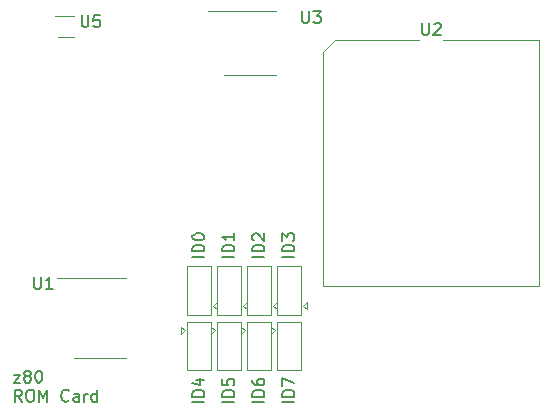
<source format=gbr>
%TF.GenerationSoftware,KiCad,Pcbnew,7.0.10*%
%TF.CreationDate,2024-03-07T18:21:54+01:00*%
%TF.ProjectId,ROM_Card,524f4d5f-4361-4726-942e-6b696361645f,rev?*%
%TF.SameCoordinates,Original*%
%TF.FileFunction,Legend,Top*%
%TF.FilePolarity,Positive*%
%FSLAX46Y46*%
G04 Gerber Fmt 4.6, Leading zero omitted, Abs format (unit mm)*
G04 Created by KiCad (PCBNEW 7.0.10) date 2024-03-07 18:21:54*
%MOMM*%
%LPD*%
G01*
G04 APERTURE LIST*
%ADD10C,0.150000*%
%ADD11C,0.120000*%
G04 APERTURE END LIST*
D10*
X136766541Y-120275152D02*
X137290350Y-120275152D01*
X137290350Y-120275152D02*
X136766541Y-120941819D01*
X136766541Y-120941819D02*
X137290350Y-120941819D01*
X137814160Y-120370390D02*
X137718922Y-120322771D01*
X137718922Y-120322771D02*
X137671303Y-120275152D01*
X137671303Y-120275152D02*
X137623684Y-120179914D01*
X137623684Y-120179914D02*
X137623684Y-120132295D01*
X137623684Y-120132295D02*
X137671303Y-120037057D01*
X137671303Y-120037057D02*
X137718922Y-119989438D01*
X137718922Y-119989438D02*
X137814160Y-119941819D01*
X137814160Y-119941819D02*
X138004636Y-119941819D01*
X138004636Y-119941819D02*
X138099874Y-119989438D01*
X138099874Y-119989438D02*
X138147493Y-120037057D01*
X138147493Y-120037057D02*
X138195112Y-120132295D01*
X138195112Y-120132295D02*
X138195112Y-120179914D01*
X138195112Y-120179914D02*
X138147493Y-120275152D01*
X138147493Y-120275152D02*
X138099874Y-120322771D01*
X138099874Y-120322771D02*
X138004636Y-120370390D01*
X138004636Y-120370390D02*
X137814160Y-120370390D01*
X137814160Y-120370390D02*
X137718922Y-120418009D01*
X137718922Y-120418009D02*
X137671303Y-120465628D01*
X137671303Y-120465628D02*
X137623684Y-120560866D01*
X137623684Y-120560866D02*
X137623684Y-120751342D01*
X137623684Y-120751342D02*
X137671303Y-120846580D01*
X137671303Y-120846580D02*
X137718922Y-120894200D01*
X137718922Y-120894200D02*
X137814160Y-120941819D01*
X137814160Y-120941819D02*
X138004636Y-120941819D01*
X138004636Y-120941819D02*
X138099874Y-120894200D01*
X138099874Y-120894200D02*
X138147493Y-120846580D01*
X138147493Y-120846580D02*
X138195112Y-120751342D01*
X138195112Y-120751342D02*
X138195112Y-120560866D01*
X138195112Y-120560866D02*
X138147493Y-120465628D01*
X138147493Y-120465628D02*
X138099874Y-120418009D01*
X138099874Y-120418009D02*
X138004636Y-120370390D01*
X138814160Y-119941819D02*
X138909398Y-119941819D01*
X138909398Y-119941819D02*
X139004636Y-119989438D01*
X139004636Y-119989438D02*
X139052255Y-120037057D01*
X139052255Y-120037057D02*
X139099874Y-120132295D01*
X139099874Y-120132295D02*
X139147493Y-120322771D01*
X139147493Y-120322771D02*
X139147493Y-120560866D01*
X139147493Y-120560866D02*
X139099874Y-120751342D01*
X139099874Y-120751342D02*
X139052255Y-120846580D01*
X139052255Y-120846580D02*
X139004636Y-120894200D01*
X139004636Y-120894200D02*
X138909398Y-120941819D01*
X138909398Y-120941819D02*
X138814160Y-120941819D01*
X138814160Y-120941819D02*
X138718922Y-120894200D01*
X138718922Y-120894200D02*
X138671303Y-120846580D01*
X138671303Y-120846580D02*
X138623684Y-120751342D01*
X138623684Y-120751342D02*
X138576065Y-120560866D01*
X138576065Y-120560866D02*
X138576065Y-120322771D01*
X138576065Y-120322771D02*
X138623684Y-120132295D01*
X138623684Y-120132295D02*
X138671303Y-120037057D01*
X138671303Y-120037057D02*
X138718922Y-119989438D01*
X138718922Y-119989438D02*
X138814160Y-119941819D01*
X137433207Y-122551819D02*
X137099874Y-122075628D01*
X136861779Y-122551819D02*
X136861779Y-121551819D01*
X136861779Y-121551819D02*
X137242731Y-121551819D01*
X137242731Y-121551819D02*
X137337969Y-121599438D01*
X137337969Y-121599438D02*
X137385588Y-121647057D01*
X137385588Y-121647057D02*
X137433207Y-121742295D01*
X137433207Y-121742295D02*
X137433207Y-121885152D01*
X137433207Y-121885152D02*
X137385588Y-121980390D01*
X137385588Y-121980390D02*
X137337969Y-122028009D01*
X137337969Y-122028009D02*
X137242731Y-122075628D01*
X137242731Y-122075628D02*
X136861779Y-122075628D01*
X138052255Y-121551819D02*
X138242731Y-121551819D01*
X138242731Y-121551819D02*
X138337969Y-121599438D01*
X138337969Y-121599438D02*
X138433207Y-121694676D01*
X138433207Y-121694676D02*
X138480826Y-121885152D01*
X138480826Y-121885152D02*
X138480826Y-122218485D01*
X138480826Y-122218485D02*
X138433207Y-122408961D01*
X138433207Y-122408961D02*
X138337969Y-122504200D01*
X138337969Y-122504200D02*
X138242731Y-122551819D01*
X138242731Y-122551819D02*
X138052255Y-122551819D01*
X138052255Y-122551819D02*
X137957017Y-122504200D01*
X137957017Y-122504200D02*
X137861779Y-122408961D01*
X137861779Y-122408961D02*
X137814160Y-122218485D01*
X137814160Y-122218485D02*
X137814160Y-121885152D01*
X137814160Y-121885152D02*
X137861779Y-121694676D01*
X137861779Y-121694676D02*
X137957017Y-121599438D01*
X137957017Y-121599438D02*
X138052255Y-121551819D01*
X138909398Y-122551819D02*
X138909398Y-121551819D01*
X138909398Y-121551819D02*
X139242731Y-122266104D01*
X139242731Y-122266104D02*
X139576064Y-121551819D01*
X139576064Y-121551819D02*
X139576064Y-122551819D01*
X141385588Y-122456580D02*
X141337969Y-122504200D01*
X141337969Y-122504200D02*
X141195112Y-122551819D01*
X141195112Y-122551819D02*
X141099874Y-122551819D01*
X141099874Y-122551819D02*
X140957017Y-122504200D01*
X140957017Y-122504200D02*
X140861779Y-122408961D01*
X140861779Y-122408961D02*
X140814160Y-122313723D01*
X140814160Y-122313723D02*
X140766541Y-122123247D01*
X140766541Y-122123247D02*
X140766541Y-121980390D01*
X140766541Y-121980390D02*
X140814160Y-121789914D01*
X140814160Y-121789914D02*
X140861779Y-121694676D01*
X140861779Y-121694676D02*
X140957017Y-121599438D01*
X140957017Y-121599438D02*
X141099874Y-121551819D01*
X141099874Y-121551819D02*
X141195112Y-121551819D01*
X141195112Y-121551819D02*
X141337969Y-121599438D01*
X141337969Y-121599438D02*
X141385588Y-121647057D01*
X142242731Y-122551819D02*
X142242731Y-122028009D01*
X142242731Y-122028009D02*
X142195112Y-121932771D01*
X142195112Y-121932771D02*
X142099874Y-121885152D01*
X142099874Y-121885152D02*
X141909398Y-121885152D01*
X141909398Y-121885152D02*
X141814160Y-121932771D01*
X142242731Y-122504200D02*
X142147493Y-122551819D01*
X142147493Y-122551819D02*
X141909398Y-122551819D01*
X141909398Y-122551819D02*
X141814160Y-122504200D01*
X141814160Y-122504200D02*
X141766541Y-122408961D01*
X141766541Y-122408961D02*
X141766541Y-122313723D01*
X141766541Y-122313723D02*
X141814160Y-122218485D01*
X141814160Y-122218485D02*
X141909398Y-122170866D01*
X141909398Y-122170866D02*
X142147493Y-122170866D01*
X142147493Y-122170866D02*
X142242731Y-122123247D01*
X142718922Y-122551819D02*
X142718922Y-121885152D01*
X142718922Y-122075628D02*
X142766541Y-121980390D01*
X142766541Y-121980390D02*
X142814160Y-121932771D01*
X142814160Y-121932771D02*
X142909398Y-121885152D01*
X142909398Y-121885152D02*
X143004636Y-121885152D01*
X143766541Y-122551819D02*
X143766541Y-121551819D01*
X143766541Y-122504200D02*
X143671303Y-122551819D01*
X143671303Y-122551819D02*
X143480827Y-122551819D01*
X143480827Y-122551819D02*
X143385589Y-122504200D01*
X143385589Y-122504200D02*
X143337970Y-122456580D01*
X143337970Y-122456580D02*
X143290351Y-122361342D01*
X143290351Y-122361342D02*
X143290351Y-122075628D01*
X143290351Y-122075628D02*
X143337970Y-121980390D01*
X143337970Y-121980390D02*
X143385589Y-121932771D01*
X143385589Y-121932771D02*
X143480827Y-121885152D01*
X143480827Y-121885152D02*
X143671303Y-121885152D01*
X143671303Y-121885152D02*
X143766541Y-121932771D01*
X161163095Y-89497819D02*
X161163095Y-90307342D01*
X161163095Y-90307342D02*
X161210714Y-90402580D01*
X161210714Y-90402580D02*
X161258333Y-90450200D01*
X161258333Y-90450200D02*
X161353571Y-90497819D01*
X161353571Y-90497819D02*
X161544047Y-90497819D01*
X161544047Y-90497819D02*
X161639285Y-90450200D01*
X161639285Y-90450200D02*
X161686904Y-90402580D01*
X161686904Y-90402580D02*
X161734523Y-90307342D01*
X161734523Y-90307342D02*
X161734523Y-89497819D01*
X162115476Y-89497819D02*
X162734523Y-89497819D01*
X162734523Y-89497819D02*
X162401190Y-89878771D01*
X162401190Y-89878771D02*
X162544047Y-89878771D01*
X162544047Y-89878771D02*
X162639285Y-89926390D01*
X162639285Y-89926390D02*
X162686904Y-89974009D01*
X162686904Y-89974009D02*
X162734523Y-90069247D01*
X162734523Y-90069247D02*
X162734523Y-90307342D01*
X162734523Y-90307342D02*
X162686904Y-90402580D01*
X162686904Y-90402580D02*
X162639285Y-90450200D01*
X162639285Y-90450200D02*
X162544047Y-90497819D01*
X162544047Y-90497819D02*
X162258333Y-90497819D01*
X162258333Y-90497819D02*
X162163095Y-90450200D01*
X162163095Y-90450200D02*
X162115476Y-90402580D01*
X171323095Y-90516819D02*
X171323095Y-91326342D01*
X171323095Y-91326342D02*
X171370714Y-91421580D01*
X171370714Y-91421580D02*
X171418333Y-91469200D01*
X171418333Y-91469200D02*
X171513571Y-91516819D01*
X171513571Y-91516819D02*
X171704047Y-91516819D01*
X171704047Y-91516819D02*
X171799285Y-91469200D01*
X171799285Y-91469200D02*
X171846904Y-91421580D01*
X171846904Y-91421580D02*
X171894523Y-91326342D01*
X171894523Y-91326342D02*
X171894523Y-90516819D01*
X172323095Y-90612057D02*
X172370714Y-90564438D01*
X172370714Y-90564438D02*
X172465952Y-90516819D01*
X172465952Y-90516819D02*
X172704047Y-90516819D01*
X172704047Y-90516819D02*
X172799285Y-90564438D01*
X172799285Y-90564438D02*
X172846904Y-90612057D01*
X172846904Y-90612057D02*
X172894523Y-90707295D01*
X172894523Y-90707295D02*
X172894523Y-90802533D01*
X172894523Y-90802533D02*
X172846904Y-90945390D01*
X172846904Y-90945390D02*
X172275476Y-91516819D01*
X172275476Y-91516819D02*
X172894523Y-91516819D01*
X138472493Y-112006819D02*
X138472493Y-112816342D01*
X138472493Y-112816342D02*
X138520112Y-112911580D01*
X138520112Y-112911580D02*
X138567731Y-112959200D01*
X138567731Y-112959200D02*
X138662969Y-113006819D01*
X138662969Y-113006819D02*
X138853445Y-113006819D01*
X138853445Y-113006819D02*
X138948683Y-112959200D01*
X138948683Y-112959200D02*
X138996302Y-112911580D01*
X138996302Y-112911580D02*
X139043921Y-112816342D01*
X139043921Y-112816342D02*
X139043921Y-112006819D01*
X140043921Y-113006819D02*
X139472493Y-113006819D01*
X139758207Y-113006819D02*
X139758207Y-112006819D01*
X139758207Y-112006819D02*
X139662969Y-112149676D01*
X139662969Y-112149676D02*
X139567731Y-112244914D01*
X139567731Y-112244914D02*
X139472493Y-112292533D01*
X155411817Y-110320220D02*
X154411817Y-110320220D01*
X155411817Y-109844030D02*
X154411817Y-109844030D01*
X154411817Y-109844030D02*
X154411817Y-109605935D01*
X154411817Y-109605935D02*
X154459436Y-109463078D01*
X154459436Y-109463078D02*
X154554674Y-109367840D01*
X154554674Y-109367840D02*
X154649912Y-109320221D01*
X154649912Y-109320221D02*
X154840388Y-109272602D01*
X154840388Y-109272602D02*
X154983245Y-109272602D01*
X154983245Y-109272602D02*
X155173721Y-109320221D01*
X155173721Y-109320221D02*
X155268959Y-109367840D01*
X155268959Y-109367840D02*
X155364198Y-109463078D01*
X155364198Y-109463078D02*
X155411817Y-109605935D01*
X155411817Y-109605935D02*
X155411817Y-109844030D01*
X155411817Y-108320221D02*
X155411817Y-108891649D01*
X155411817Y-108605935D02*
X154411817Y-108605935D01*
X154411817Y-108605935D02*
X154554674Y-108701173D01*
X154554674Y-108701173D02*
X154649912Y-108796411D01*
X154649912Y-108796411D02*
X154697531Y-108891649D01*
X160491817Y-110320220D02*
X159491817Y-110320220D01*
X160491817Y-109844030D02*
X159491817Y-109844030D01*
X159491817Y-109844030D02*
X159491817Y-109605935D01*
X159491817Y-109605935D02*
X159539436Y-109463078D01*
X159539436Y-109463078D02*
X159634674Y-109367840D01*
X159634674Y-109367840D02*
X159729912Y-109320221D01*
X159729912Y-109320221D02*
X159920388Y-109272602D01*
X159920388Y-109272602D02*
X160063245Y-109272602D01*
X160063245Y-109272602D02*
X160253721Y-109320221D01*
X160253721Y-109320221D02*
X160348959Y-109367840D01*
X160348959Y-109367840D02*
X160444198Y-109463078D01*
X160444198Y-109463078D02*
X160491817Y-109605935D01*
X160491817Y-109605935D02*
X160491817Y-109844030D01*
X159491817Y-108939268D02*
X159491817Y-108320221D01*
X159491817Y-108320221D02*
X159872769Y-108653554D01*
X159872769Y-108653554D02*
X159872769Y-108510697D01*
X159872769Y-108510697D02*
X159920388Y-108415459D01*
X159920388Y-108415459D02*
X159968007Y-108367840D01*
X159968007Y-108367840D02*
X160063245Y-108320221D01*
X160063245Y-108320221D02*
X160301340Y-108320221D01*
X160301340Y-108320221D02*
X160396578Y-108367840D01*
X160396578Y-108367840D02*
X160444198Y-108415459D01*
X160444198Y-108415459D02*
X160491817Y-108510697D01*
X160491817Y-108510697D02*
X160491817Y-108796411D01*
X160491817Y-108796411D02*
X160444198Y-108891649D01*
X160444198Y-108891649D02*
X160396578Y-108939268D01*
X160491817Y-122615159D02*
X159491817Y-122615159D01*
X160491817Y-122138969D02*
X159491817Y-122138969D01*
X159491817Y-122138969D02*
X159491817Y-121900874D01*
X159491817Y-121900874D02*
X159539436Y-121758017D01*
X159539436Y-121758017D02*
X159634674Y-121662779D01*
X159634674Y-121662779D02*
X159729912Y-121615160D01*
X159729912Y-121615160D02*
X159920388Y-121567541D01*
X159920388Y-121567541D02*
X160063245Y-121567541D01*
X160063245Y-121567541D02*
X160253721Y-121615160D01*
X160253721Y-121615160D02*
X160348959Y-121662779D01*
X160348959Y-121662779D02*
X160444198Y-121758017D01*
X160444198Y-121758017D02*
X160491817Y-121900874D01*
X160491817Y-121900874D02*
X160491817Y-122138969D01*
X159491817Y-121234207D02*
X159491817Y-120567541D01*
X159491817Y-120567541D02*
X160491817Y-120996112D01*
X152871817Y-110320220D02*
X151871817Y-110320220D01*
X152871817Y-109844030D02*
X151871817Y-109844030D01*
X151871817Y-109844030D02*
X151871817Y-109605935D01*
X151871817Y-109605935D02*
X151919436Y-109463078D01*
X151919436Y-109463078D02*
X152014674Y-109367840D01*
X152014674Y-109367840D02*
X152109912Y-109320221D01*
X152109912Y-109320221D02*
X152300388Y-109272602D01*
X152300388Y-109272602D02*
X152443245Y-109272602D01*
X152443245Y-109272602D02*
X152633721Y-109320221D01*
X152633721Y-109320221D02*
X152728959Y-109367840D01*
X152728959Y-109367840D02*
X152824198Y-109463078D01*
X152824198Y-109463078D02*
X152871817Y-109605935D01*
X152871817Y-109605935D02*
X152871817Y-109844030D01*
X151871817Y-108653554D02*
X151871817Y-108558316D01*
X151871817Y-108558316D02*
X151919436Y-108463078D01*
X151919436Y-108463078D02*
X151967055Y-108415459D01*
X151967055Y-108415459D02*
X152062293Y-108367840D01*
X152062293Y-108367840D02*
X152252769Y-108320221D01*
X152252769Y-108320221D02*
X152490864Y-108320221D01*
X152490864Y-108320221D02*
X152681340Y-108367840D01*
X152681340Y-108367840D02*
X152776578Y-108415459D01*
X152776578Y-108415459D02*
X152824198Y-108463078D01*
X152824198Y-108463078D02*
X152871817Y-108558316D01*
X152871817Y-108558316D02*
X152871817Y-108653554D01*
X152871817Y-108653554D02*
X152824198Y-108748792D01*
X152824198Y-108748792D02*
X152776578Y-108796411D01*
X152776578Y-108796411D02*
X152681340Y-108844030D01*
X152681340Y-108844030D02*
X152490864Y-108891649D01*
X152490864Y-108891649D02*
X152252769Y-108891649D01*
X152252769Y-108891649D02*
X152062293Y-108844030D01*
X152062293Y-108844030D02*
X151967055Y-108796411D01*
X151967055Y-108796411D02*
X151919436Y-108748792D01*
X151919436Y-108748792D02*
X151871817Y-108653554D01*
X152871817Y-122615159D02*
X151871817Y-122615159D01*
X152871817Y-122138969D02*
X151871817Y-122138969D01*
X151871817Y-122138969D02*
X151871817Y-121900874D01*
X151871817Y-121900874D02*
X151919436Y-121758017D01*
X151919436Y-121758017D02*
X152014674Y-121662779D01*
X152014674Y-121662779D02*
X152109912Y-121615160D01*
X152109912Y-121615160D02*
X152300388Y-121567541D01*
X152300388Y-121567541D02*
X152443245Y-121567541D01*
X152443245Y-121567541D02*
X152633721Y-121615160D01*
X152633721Y-121615160D02*
X152728959Y-121662779D01*
X152728959Y-121662779D02*
X152824198Y-121758017D01*
X152824198Y-121758017D02*
X152871817Y-121900874D01*
X152871817Y-121900874D02*
X152871817Y-122138969D01*
X152205150Y-120710398D02*
X152871817Y-120710398D01*
X151824198Y-120948493D02*
X152538483Y-121186588D01*
X152538483Y-121186588D02*
X152538483Y-120567541D01*
X142479895Y-89845419D02*
X142479895Y-90654942D01*
X142479895Y-90654942D02*
X142527514Y-90750180D01*
X142527514Y-90750180D02*
X142575133Y-90797800D01*
X142575133Y-90797800D02*
X142670371Y-90845419D01*
X142670371Y-90845419D02*
X142860847Y-90845419D01*
X142860847Y-90845419D02*
X142956085Y-90797800D01*
X142956085Y-90797800D02*
X143003704Y-90750180D01*
X143003704Y-90750180D02*
X143051323Y-90654942D01*
X143051323Y-90654942D02*
X143051323Y-89845419D01*
X144003704Y-89845419D02*
X143527514Y-89845419D01*
X143527514Y-89845419D02*
X143479895Y-90321609D01*
X143479895Y-90321609D02*
X143527514Y-90273990D01*
X143527514Y-90273990D02*
X143622752Y-90226371D01*
X143622752Y-90226371D02*
X143860847Y-90226371D01*
X143860847Y-90226371D02*
X143956085Y-90273990D01*
X143956085Y-90273990D02*
X144003704Y-90321609D01*
X144003704Y-90321609D02*
X144051323Y-90416847D01*
X144051323Y-90416847D02*
X144051323Y-90654942D01*
X144051323Y-90654942D02*
X144003704Y-90750180D01*
X144003704Y-90750180D02*
X143956085Y-90797800D01*
X143956085Y-90797800D02*
X143860847Y-90845419D01*
X143860847Y-90845419D02*
X143622752Y-90845419D01*
X143622752Y-90845419D02*
X143527514Y-90797800D01*
X143527514Y-90797800D02*
X143479895Y-90750180D01*
X157951817Y-122615159D02*
X156951817Y-122615159D01*
X157951817Y-122138969D02*
X156951817Y-122138969D01*
X156951817Y-122138969D02*
X156951817Y-121900874D01*
X156951817Y-121900874D02*
X156999436Y-121758017D01*
X156999436Y-121758017D02*
X157094674Y-121662779D01*
X157094674Y-121662779D02*
X157189912Y-121615160D01*
X157189912Y-121615160D02*
X157380388Y-121567541D01*
X157380388Y-121567541D02*
X157523245Y-121567541D01*
X157523245Y-121567541D02*
X157713721Y-121615160D01*
X157713721Y-121615160D02*
X157808959Y-121662779D01*
X157808959Y-121662779D02*
X157904198Y-121758017D01*
X157904198Y-121758017D02*
X157951817Y-121900874D01*
X157951817Y-121900874D02*
X157951817Y-122138969D01*
X156951817Y-120710398D02*
X156951817Y-120900874D01*
X156951817Y-120900874D02*
X156999436Y-120996112D01*
X156999436Y-120996112D02*
X157047055Y-121043731D01*
X157047055Y-121043731D02*
X157189912Y-121138969D01*
X157189912Y-121138969D02*
X157380388Y-121186588D01*
X157380388Y-121186588D02*
X157761340Y-121186588D01*
X157761340Y-121186588D02*
X157856578Y-121138969D01*
X157856578Y-121138969D02*
X157904198Y-121091350D01*
X157904198Y-121091350D02*
X157951817Y-120996112D01*
X157951817Y-120996112D02*
X157951817Y-120805636D01*
X157951817Y-120805636D02*
X157904198Y-120710398D01*
X157904198Y-120710398D02*
X157856578Y-120662779D01*
X157856578Y-120662779D02*
X157761340Y-120615160D01*
X157761340Y-120615160D02*
X157523245Y-120615160D01*
X157523245Y-120615160D02*
X157428007Y-120662779D01*
X157428007Y-120662779D02*
X157380388Y-120710398D01*
X157380388Y-120710398D02*
X157332769Y-120805636D01*
X157332769Y-120805636D02*
X157332769Y-120996112D01*
X157332769Y-120996112D02*
X157380388Y-121091350D01*
X157380388Y-121091350D02*
X157428007Y-121138969D01*
X157428007Y-121138969D02*
X157523245Y-121186588D01*
X155411817Y-122615159D02*
X154411817Y-122615159D01*
X155411817Y-122138969D02*
X154411817Y-122138969D01*
X154411817Y-122138969D02*
X154411817Y-121900874D01*
X154411817Y-121900874D02*
X154459436Y-121758017D01*
X154459436Y-121758017D02*
X154554674Y-121662779D01*
X154554674Y-121662779D02*
X154649912Y-121615160D01*
X154649912Y-121615160D02*
X154840388Y-121567541D01*
X154840388Y-121567541D02*
X154983245Y-121567541D01*
X154983245Y-121567541D02*
X155173721Y-121615160D01*
X155173721Y-121615160D02*
X155268959Y-121662779D01*
X155268959Y-121662779D02*
X155364198Y-121758017D01*
X155364198Y-121758017D02*
X155411817Y-121900874D01*
X155411817Y-121900874D02*
X155411817Y-122138969D01*
X154411817Y-120662779D02*
X154411817Y-121138969D01*
X154411817Y-121138969D02*
X154888007Y-121186588D01*
X154888007Y-121186588D02*
X154840388Y-121138969D01*
X154840388Y-121138969D02*
X154792769Y-121043731D01*
X154792769Y-121043731D02*
X154792769Y-120805636D01*
X154792769Y-120805636D02*
X154840388Y-120710398D01*
X154840388Y-120710398D02*
X154888007Y-120662779D01*
X154888007Y-120662779D02*
X154983245Y-120615160D01*
X154983245Y-120615160D02*
X155221340Y-120615160D01*
X155221340Y-120615160D02*
X155316578Y-120662779D01*
X155316578Y-120662779D02*
X155364198Y-120710398D01*
X155364198Y-120710398D02*
X155411817Y-120805636D01*
X155411817Y-120805636D02*
X155411817Y-121043731D01*
X155411817Y-121043731D02*
X155364198Y-121138969D01*
X155364198Y-121138969D02*
X155316578Y-121186588D01*
X157951817Y-110320220D02*
X156951817Y-110320220D01*
X157951817Y-109844030D02*
X156951817Y-109844030D01*
X156951817Y-109844030D02*
X156951817Y-109605935D01*
X156951817Y-109605935D02*
X156999436Y-109463078D01*
X156999436Y-109463078D02*
X157094674Y-109367840D01*
X157094674Y-109367840D02*
X157189912Y-109320221D01*
X157189912Y-109320221D02*
X157380388Y-109272602D01*
X157380388Y-109272602D02*
X157523245Y-109272602D01*
X157523245Y-109272602D02*
X157713721Y-109320221D01*
X157713721Y-109320221D02*
X157808959Y-109367840D01*
X157808959Y-109367840D02*
X157904198Y-109463078D01*
X157904198Y-109463078D02*
X157951817Y-109605935D01*
X157951817Y-109605935D02*
X157951817Y-109844030D01*
X157047055Y-108891649D02*
X156999436Y-108844030D01*
X156999436Y-108844030D02*
X156951817Y-108748792D01*
X156951817Y-108748792D02*
X156951817Y-108510697D01*
X156951817Y-108510697D02*
X156999436Y-108415459D01*
X156999436Y-108415459D02*
X157047055Y-108367840D01*
X157047055Y-108367840D02*
X157142293Y-108320221D01*
X157142293Y-108320221D02*
X157237531Y-108320221D01*
X157237531Y-108320221D02*
X157380388Y-108367840D01*
X157380388Y-108367840D02*
X157951817Y-108939268D01*
X157951817Y-108939268D02*
X157951817Y-108320221D01*
D11*
%TO.C,U3*%
X156776500Y-94937000D02*
X154576500Y-94937000D01*
X156776500Y-89467000D02*
X158976500Y-89467000D01*
X156776500Y-89467000D02*
X153176500Y-89467000D01*
X156776500Y-94937000D02*
X158976500Y-94937000D01*
%TO.C,U2*%
X163960000Y-91962000D02*
X162960000Y-92962000D01*
X181210000Y-112762000D02*
X181210000Y-91962000D01*
X181210000Y-91962000D02*
X173085000Y-91962000D01*
X162960000Y-92962000D02*
X162960000Y-112762000D01*
X162960000Y-112762000D02*
X181210000Y-112762000D01*
X171085000Y-91962000D02*
X163960000Y-91962000D01*
%TO.C,U1*%
X144034998Y-112088000D02*
X140434998Y-112088000D01*
X144034998Y-112088000D02*
X146234998Y-112088000D01*
X144034998Y-118858000D02*
X141834998Y-118858000D01*
X144034998Y-118858000D02*
X146234998Y-118858000D01*
%TO.C,ID1*%
X153956998Y-115207000D02*
X153956998Y-111107000D01*
X155956998Y-115207000D02*
X153956998Y-115207000D01*
X156456998Y-114757000D02*
X156456998Y-114157000D01*
X156156998Y-114457000D02*
X156456998Y-114757000D01*
X156156998Y-114457000D02*
X156456998Y-114157000D01*
X153956998Y-111107000D02*
X155956998Y-111107000D01*
X155956998Y-111107000D02*
X155956998Y-115207000D01*
%TO.C,ID3*%
X159036998Y-115207000D02*
X159036998Y-111107000D01*
X161036998Y-115207000D02*
X159036998Y-115207000D01*
X161536998Y-114757000D02*
X161536998Y-114157000D01*
X161236998Y-114457000D02*
X161536998Y-114757000D01*
X161236998Y-114457000D02*
X161536998Y-114157000D01*
X159036998Y-111107000D02*
X161036998Y-111107000D01*
X161036998Y-111107000D02*
X161036998Y-115207000D01*
%TO.C,ID7*%
X161036998Y-115776000D02*
X161036998Y-119876000D01*
X159036998Y-115776000D02*
X161036998Y-115776000D01*
X158536998Y-116226000D02*
X158536998Y-116826000D01*
X158836998Y-116526000D02*
X158536998Y-116226000D01*
X158836998Y-116526000D02*
X158536998Y-116826000D01*
X161036998Y-119876000D02*
X159036998Y-119876000D01*
X159036998Y-119876000D02*
X159036998Y-115776000D01*
%TO.C,ID0*%
X151416998Y-115207000D02*
X151416998Y-111107000D01*
X153416998Y-115207000D02*
X151416998Y-115207000D01*
X153916998Y-114757000D02*
X153916998Y-114157000D01*
X153616998Y-114457000D02*
X153916998Y-114757000D01*
X153616998Y-114457000D02*
X153916998Y-114157000D01*
X151416998Y-111107000D02*
X153416998Y-111107000D01*
X153416998Y-111107000D02*
X153416998Y-115207000D01*
%TO.C,ID4*%
X153416998Y-115776000D02*
X153416998Y-119876000D01*
X151416998Y-115776000D02*
X153416998Y-115776000D01*
X150916998Y-116226000D02*
X150916998Y-116826000D01*
X151216998Y-116526000D02*
X150916998Y-116226000D01*
X151216998Y-116526000D02*
X150916998Y-116826000D01*
X153416998Y-119876000D02*
X151416998Y-119876000D01*
X151416998Y-119876000D02*
X151416998Y-115776000D01*
%TO.C,U5*%
X140259000Y-89897000D02*
X141809000Y-89897000D01*
X141809000Y-91697000D02*
X140509000Y-91697000D01*
%TO.C,ID6*%
X158496998Y-115776000D02*
X158496998Y-119876000D01*
X156496998Y-115776000D02*
X158496998Y-115776000D01*
X155996998Y-116226000D02*
X155996998Y-116826000D01*
X156296998Y-116526000D02*
X155996998Y-116226000D01*
X156296998Y-116526000D02*
X155996998Y-116826000D01*
X158496998Y-119876000D02*
X156496998Y-119876000D01*
X156496998Y-119876000D02*
X156496998Y-115776000D01*
%TO.C,ID5*%
X155956998Y-115776000D02*
X155956998Y-119876000D01*
X153956998Y-115776000D02*
X155956998Y-115776000D01*
X153456998Y-116226000D02*
X153456998Y-116826000D01*
X153756998Y-116526000D02*
X153456998Y-116226000D01*
X153756998Y-116526000D02*
X153456998Y-116826000D01*
X155956998Y-119876000D02*
X153956998Y-119876000D01*
X153956998Y-119876000D02*
X153956998Y-115776000D01*
%TO.C,ID2*%
X156496998Y-115207000D02*
X156496998Y-111107000D01*
X158496998Y-115207000D02*
X156496998Y-115207000D01*
X158996998Y-114757000D02*
X158996998Y-114157000D01*
X158696998Y-114457000D02*
X158996998Y-114757000D01*
X158696998Y-114457000D02*
X158996998Y-114157000D01*
X156496998Y-111107000D02*
X158496998Y-111107000D01*
X158496998Y-111107000D02*
X158496998Y-115207000D01*
%TD*%
M02*

</source>
